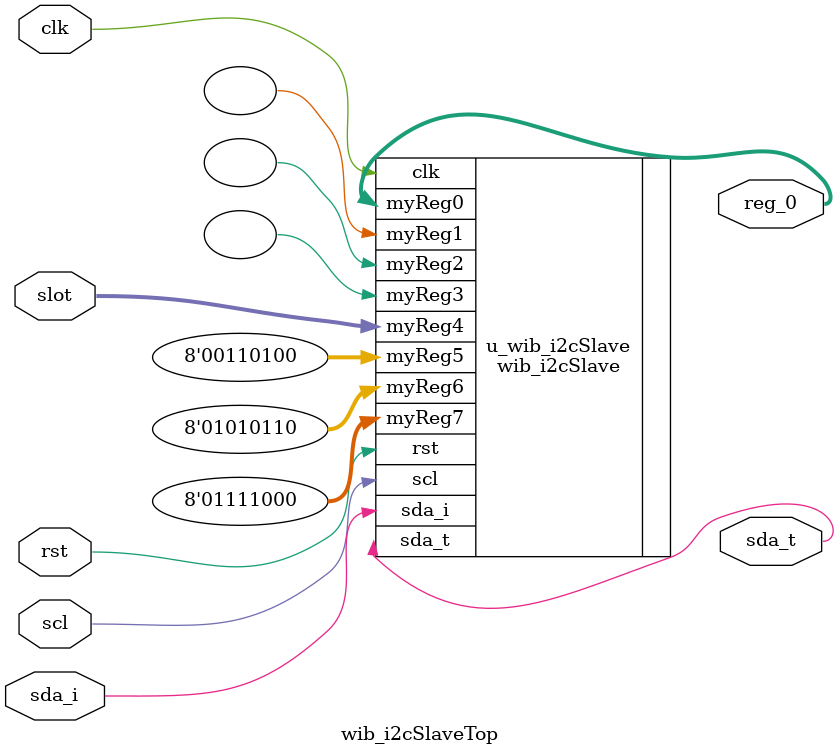
<source format=v>
`include "wib_i2cSlave_define.v"


module wib_i2cSlaveTop 
(
    clk,
    rst,
    scl,
    
    sda_i,
    sda_t,
    
    reg_0, // {bus_select, activate}
    slot
);
    input clk;
    input rst;
    input scl;
    input  sda_i;
    output sda_t;
    output [7:0] reg_0;
    input [7:0] slot;
    
    
    wib_i2cSlave u_wib_i2cSlave
    (
        .clk    (clk),
        .rst    (rst),
        .scl    (scl),
        .sda_i  (sda_i),
        .sda_t  (sda_t),
        .myReg0 (reg_0),
        .myReg1 (),
        .myReg2 (),
        .myReg3 (),
        .myReg4 (slot),
        .myReg5 (8'h34),
        .myReg6 (8'h56),
        .myReg7 (8'h78)
    );


endmodule


 

</source>
